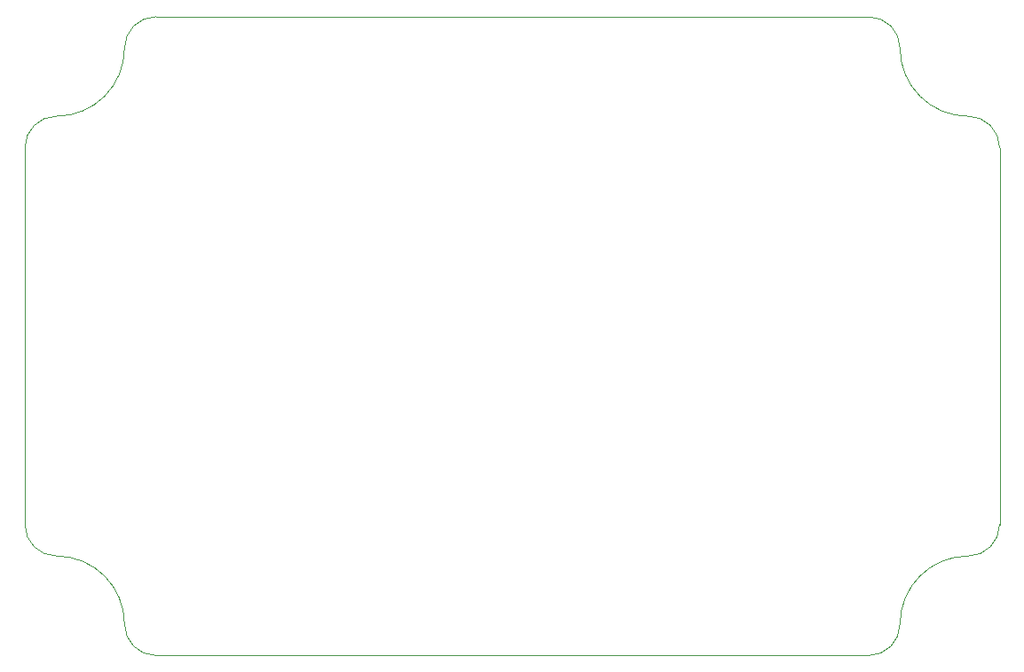
<source format=gm1>
G04 #@! TF.GenerationSoftware,KiCad,Pcbnew,(5.0.0-rc2-dev-347-g62c5a706d)*
G04 #@! TF.CreationDate,2018-11-25T22:16:39+01:00*
G04 #@! TF.ProjectId,NRF24L01,4E524632344C30312E6B696361645F70,rev?*
G04 #@! TF.SameCoordinates,Original*
G04 #@! TF.FileFunction,Profile,NP*
%FSLAX46Y46*%
G04 Gerber Fmt 4.6, Leading zero omitted, Abs format (unit mm)*
G04 Created by KiCad (PCBNEW (5.0.0-rc2-dev-347-g62c5a706d)) date 11/25/18 22:16:39*
%MOMM*%
%LPD*%
G01*
G04 APERTURE LIST*
%ADD10C,0.100000*%
G04 APERTURE END LIST*
D10*
X46500000Y-97500000D02*
X46500000Y-96500000D01*
X139500000Y-97500000D02*
X139500000Y-96500000D01*
X127000000Y-145000000D02*
X126000000Y-145000000D01*
X127000000Y-84000000D02*
X126000000Y-84000000D01*
X46500000Y-97500000D02*
X46500000Y-132500000D01*
X126000000Y-84000000D02*
X59000000Y-84000000D01*
X139500000Y-132500000D02*
X139500000Y-97500000D01*
X59000000Y-145000000D02*
X126000000Y-145000000D01*
X136500000Y-93500000D02*
G75*
G02X139500000Y-96500000I0J-3000000D01*
G01*
X136500000Y-93500000D02*
G75*
G02X130000000Y-87000000I0J6500000D01*
G01*
X127000000Y-84000000D02*
G75*
G02X130000000Y-87000000I0J-3000000D01*
G01*
X130000000Y-142000000D02*
G75*
G02X136500000Y-135500000I6500000J0D01*
G01*
X130000000Y-142000000D02*
G75*
G02X127000000Y-145000000I-3000000J0D01*
G01*
X139500000Y-132500000D02*
G75*
G02X136500000Y-135500000I-3000000J0D01*
G01*
X56000000Y-87000000D02*
G75*
G02X59000000Y-84000000I3000000J0D01*
G01*
X46500000Y-96500000D02*
G75*
G02X49500000Y-93500000I3000000J0D01*
G01*
X56000000Y-87000000D02*
G75*
G02X49500000Y-93500000I-6500000J0D01*
G01*
X49500000Y-135500000D02*
G75*
G02X46500000Y-132500000I0J3000000D01*
G01*
X59000000Y-145000000D02*
G75*
G02X56000000Y-142000000I0J3000000D01*
G01*
X49500000Y-135500000D02*
G75*
G02X56000000Y-142000000I0J-6500000D01*
G01*
M02*

</source>
